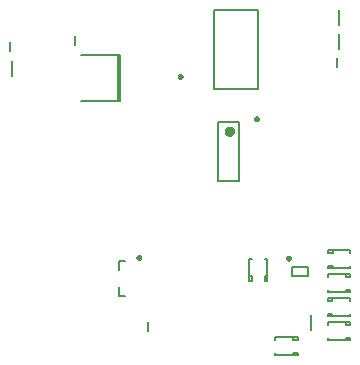
<source format=gbo>
%FSDAX24Y24*%
%MOIN*%
%SFA1B1*%

%IPPOS*%
%ADD10C,0.009840*%
%ADD11C,0.007870*%
%ADD93C,0.015750*%
%LNpcb_dimmerbard-1*%
%LPD*%
G54D10*
X010994Y008684D02*
D01*
X010993Y008688*
X010993Y008691*
X010993Y008694*
X010992Y008698*
X010991Y008701*
X010989Y008704*
X010988Y008707*
X010986Y008710*
X010984Y008713*
X010982Y008716*
X010980Y008718*
X010977Y008721*
X010975Y008723*
X010972Y008725*
X010969Y008727*
X010966Y008728*
X010963Y008730*
X010960Y008731*
X010956Y008732*
X010953Y008733*
X010950Y008733*
X010946Y008733*
X010943*
X010939Y008733*
X010936Y008733*
X010932Y008732*
X010929Y008731*
X010926Y008730*
X010923Y008728*
X010920Y008727*
X010917Y008725*
X010914Y008723*
X010911Y008721*
X010909Y008718*
X010907Y008716*
X010905Y008713*
X010903Y008710*
X010901Y008707*
X010899Y008704*
X010898Y008701*
X010897Y008698*
X010896Y008694*
X010896Y008691*
X010895Y008688*
X010895Y008684*
X010895Y008681*
X010896Y008677*
X010896Y008674*
X010897Y008671*
X010898Y008667*
X010899Y008664*
X010901Y008661*
X010903Y008658*
X010905Y008655*
X010907Y008653*
X010909Y008650*
X010911Y008648*
X010914Y008645*
X010917Y008643*
X010920Y008642*
X010923Y008640*
X010926Y008639*
X010929Y008637*
X010932Y008636*
X010936Y008636*
X010939Y008635*
X010943Y008635*
X010946*
X010950Y008635*
X010953Y008636*
X010956Y008636*
X010960Y008637*
X010963Y008639*
X010966Y008640*
X010969Y008642*
X010972Y008643*
X010975Y008645*
X010977Y008648*
X010980Y008650*
X010982Y008653*
X010984Y008655*
X010986Y008658*
X010988Y008661*
X010989Y008664*
X010991Y008667*
X010992Y008671*
X010993Y008674*
X010993Y008677*
X010993Y008681*
X010994Y008684*
X012069Y004039D02*
D01*
X012069Y004042*
X012068Y004045*
X012068Y004049*
X012067Y004052*
X012066Y004055*
X012065Y004059*
X012063Y004062*
X012061Y004065*
X012059Y004067*
X012057Y004070*
X012055Y004073*
X012053Y004075*
X012050Y004077*
X012047Y004079*
X012044Y004081*
X012041Y004083*
X012038Y004084*
X012035Y004085*
X012032Y004086*
X012028Y004087*
X012025Y004087*
X012021Y004088*
X012018*
X012014Y004087*
X012011Y004087*
X012008Y004086*
X012004Y004085*
X012001Y004084*
X011998Y004083*
X011995Y004081*
X011992Y004079*
X011989Y004077*
X011987Y004075*
X011984Y004073*
X011982Y004070*
X011980Y004067*
X011978Y004065*
X011976Y004062*
X011975Y004059*
X011973Y004055*
X011972Y004052*
X011971Y004049*
X011971Y004045*
X011971Y004042*
X011970Y004039*
X011971Y004035*
X011971Y004032*
X011971Y004028*
X011972Y004025*
X011973Y004022*
X011975Y004018*
X011976Y004015*
X011978Y004012*
X011980Y004010*
X011982Y004007*
X011984Y004004*
X011987Y004002*
X011989Y004000*
X011992Y003998*
X011995Y003996*
X011998Y003994*
X012001Y003993*
X012004Y003992*
X012008Y003991*
X012011Y003990*
X012014Y003990*
X012018Y003989*
X012021*
X012025Y003990*
X012028Y003990*
X012032Y003991*
X012035Y003992*
X012038Y003993*
X012041Y003994*
X012044Y003996*
X012047Y003998*
X012050Y004000*
X012053Y004002*
X012055Y004004*
X012057Y004007*
X012059Y004010*
X012061Y004012*
X012063Y004015*
X012065Y004018*
X012066Y004022*
X012067Y004025*
X012068Y004028*
X012068Y004032*
X012069Y004035*
X012069Y004039*
X007073Y004058D02*
D01*
X007073Y004062*
X007072Y004065*
X007072Y004068*
X007071Y004072*
X007070Y004075*
X007068Y004078*
X007067Y004081*
X007065Y004084*
X007063Y004087*
X007061Y004090*
X007059Y004092*
X007056Y004095*
X007054Y004097*
X007051Y004099*
X007048Y004101*
X007045Y004102*
X007042Y004104*
X007039Y004105*
X007035Y004106*
X007032Y004107*
X007029Y004107*
X007025Y004107*
X007022*
X007018Y004107*
X007015Y004107*
X007012Y004106*
X007008Y004105*
X007005Y004104*
X007002Y004102*
X006999Y004101*
X006996Y004099*
X006993Y004097*
X006991Y004095*
X006988Y004092*
X006986Y004090*
X006984Y004087*
X006982Y004084*
X006980Y004081*
X006979Y004078*
X006977Y004075*
X006976Y004072*
X006975Y004068*
X006975Y004065*
X006974Y004062*
X006974Y004058*
X006974Y004055*
X006975Y004051*
X006975Y004048*
X006976Y004045*
X006977Y004041*
X006979Y004038*
X006980Y004035*
X006982Y004032*
X006984Y004029*
X006986Y004027*
X006988Y004024*
X006991Y004022*
X006993Y004019*
X006996Y004017*
X006999Y004016*
X007002Y004014*
X007005Y004013*
X007008Y004011*
X007012Y004010*
X007015Y004010*
X007018Y004009*
X007022Y004009*
X007025*
X007029Y004009*
X007032Y004010*
X007035Y004010*
X007039Y004011*
X007042Y004013*
X007045Y004014*
X007048Y004016*
X007051Y004017*
X007054Y004019*
X007056Y004022*
X007059Y004024*
X007061Y004027*
X007063Y004029*
X007065Y004032*
X007067Y004035*
X007068Y004038*
X007070Y004041*
X007071Y004045*
X007072Y004048*
X007072Y004051*
X007073Y004055*
X007073Y004058*
X008448Y010094D02*
D01*
X008448Y010097*
X008448Y010101*
X008447Y010104*
X008446Y010108*
X008445Y010111*
X008444Y010114*
X008443Y010117*
X008441Y010120*
X008439Y010123*
X008437Y010126*
X008434Y010128*
X008432Y010131*
X008429Y010133*
X008427Y010135*
X008424Y010137*
X008421Y010138*
X008418Y010140*
X008414Y010141*
X008411Y010142*
X008408Y010142*
X008404Y010143*
X008401Y010143*
X008397*
X008394Y010143*
X008391Y010142*
X008387Y010142*
X008384Y010141*
X008381Y010140*
X008378Y010138*
X008375Y010137*
X008372Y010135*
X008369Y010133*
X008366Y010131*
X008364Y010128*
X008361Y010126*
X008359Y010123*
X008357Y010120*
X008356Y010117*
X008354Y010114*
X008353Y010111*
X008352Y010108*
X008351Y010104*
X008350Y010101*
X008350Y010097*
X008350Y010094*
X008350Y010091*
X008350Y010087*
X008351Y010084*
X008352Y010080*
X008353Y010077*
X008354Y010074*
X008356Y010071*
X008357Y010068*
X008359Y010065*
X008361Y010062*
X008364Y010060*
X008366Y010057*
X008369Y010055*
X008372Y010053*
X008375Y010051*
X008378Y010050*
X008381Y010048*
X008384Y010047*
X008387Y010046*
X008391Y010046*
X008394Y010045*
X008397Y010045*
X008401*
X008404Y010045*
X008408Y010046*
X008411Y010046*
X008414Y010047*
X008418Y010048*
X008421Y010050*
X008424Y010051*
X008427Y010053*
X008429Y010055*
X008432Y010057*
X008434Y010060*
X008437Y010062*
X008439Y010065*
X008441Y010068*
X008443Y010071*
X008444Y010074*
X008445Y010077*
X008446Y010080*
X008447Y010084*
X008448Y010087*
X008448Y010091*
X008448Y010094*
G54D11*
X010354Y006615D02*
Y008584D01*
X009645Y006615D02*
Y008584D01*
X010354*
X009645Y006615D02*
X010354D01*
X004880Y011142D02*
Y011457D01*
X007319Y001592D02*
Y001907D01*
X012748Y001644D02*
Y002155D01*
X012324Y001316D02*
Y001395D01*
X011576Y001316D02*
Y001395D01*
X012324Y000804D02*
Y000883D01*
X011576Y000804D02*
Y000883D01*
Y001395D02*
X012324D01*
X011576Y000804D02*
X012324D01*
X012166Y000883D02*
X012324D01*
X012166Y000804D02*
Y000883D01*
Y001316D02*
Y001395D01*
Y001316D02*
X012324D01*
X011216Y003276D02*
X011295D01*
X011216Y004024D02*
X011295D01*
X010704Y003276D02*
X010783D01*
X010704Y004024D02*
X010783D01*
X011295Y003276D02*
Y004024D01*
X010704Y003276D02*
Y004024D01*
X010783Y003276D02*
Y003433D01*
X010704D02*
X010783D01*
X011216D02*
X011295D01*
X011216Y003276D02*
Y003433D01*
X014074Y001816D02*
Y001895D01*
X013326Y001816D02*
Y001895D01*
X014074Y001304D02*
Y001383D01*
X013326Y001304D02*
Y001383D01*
Y001895D02*
X014074D01*
X013326Y001304D02*
X014074D01*
X013916Y001383D02*
X014074D01*
X013916Y001304D02*
Y001383D01*
Y001816D02*
Y001895D01*
Y001816D02*
X014074D01*
Y003416D02*
Y003495D01*
X013326Y003416D02*
Y003495D01*
X014074Y002904D02*
Y002983D01*
X013326Y002904D02*
Y002983D01*
Y003495D02*
X014074D01*
X013326Y002904D02*
X014074D01*
X013916Y002983D02*
X014074D01*
X013916Y002904D02*
Y002983D01*
Y003416D02*
Y003495D01*
Y003416D02*
X014074D01*
X013326Y003704D02*
Y003783D01*
X014074Y003704D02*
Y003783D01*
X013326Y004216D02*
Y004295D01*
X014074Y004216D02*
Y004295D01*
X013326Y003704D02*
X014074D01*
X013326Y004295D02*
X014074D01*
X013326Y004216D02*
X013483D01*
Y004295*
Y003704D02*
Y003783D01*
X013326D02*
X013483D01*
X013313Y002104D02*
Y002183D01*
X014061Y002104D02*
Y002183D01*
X013313Y002616D02*
Y002695D01*
X014061Y002616D02*
Y002695D01*
X013313Y002104D02*
X014061D01*
X013313Y002695D02*
X014061D01*
X013313Y002616D02*
X013470D01*
Y002695*
Y002104D02*
Y002183D01*
X013313D02*
X013470D01*
X012134Y003442D02*
X012665D01*
X012134Y003757D02*
X012665D01*
Y003442D02*
Y003757D01*
X012134Y003442D02*
Y003757D01*
X006374Y003940D02*
X006571D01*
X006374Y003625D02*
Y003940D01*
Y002759D02*
X006571D01*
X006374D02*
Y003074D01*
X002798Y010094D02*
Y010605D01*
X002719Y010942D02*
Y011257D01*
X013619Y010392D02*
Y010707D01*
X013698Y010994D02*
Y011505D01*
Y011794D02*
Y012305D01*
X009521Y009681D02*
X010978D01*
X009521D02*
Y012318D01*
X010978*
Y009681D02*
Y012318D01*
X005100Y010817D02*
X006399D01*
X005100Y009282D02*
X006399D01*
Y010817*
X006324Y009282D02*
Y010817D01*
G54D93*
X010118Y008269D02*
D01*
X010117Y008274*
X010117Y008280*
X010116Y008285*
X010115Y008290*
X010113Y008296*
X010111Y008301*
X010108Y008306*
X010106Y008311*
X010103Y008315*
X010099Y008319*
X010096Y008323*
X010092Y008327*
X010087Y008331*
X010083Y008334*
X010078Y008337*
X010073Y008340*
X010068Y008342*
X010063Y008344*
X010058Y008345*
X010053Y008346*
X010047Y008347*
X010042Y008347*
X010036*
X010031Y008347*
X010025Y008346*
X010020Y008345*
X010015Y008344*
X010009Y008342*
X010004Y008340*
X010000Y008337*
X009995Y008334*
X009990Y008331*
X009986Y008327*
X009982Y008323*
X009979Y008319*
X009975Y008315*
X009972Y008311*
X009969Y008306*
X009967Y008301*
X009965Y008296*
X009963Y008290*
X009962Y008285*
X009961Y008280*
X009960Y008274*
X009960Y008269*
X009960Y008263*
X009961Y008258*
X009962Y008252*
X009963Y008247*
X009965Y008242*
X009967Y008237*
X009969Y008232*
X009972Y008227*
X009975Y008223*
X009979Y008218*
X009982Y008214*
X009986Y008210*
X009990Y008207*
X009995Y008204*
X010000Y008201*
X010004Y008198*
X010009Y008196*
X010015Y008194*
X010020Y008192*
X010025Y008191*
X010031Y008191*
X010036Y008190*
X010042*
X010047Y008191*
X010053Y008191*
X010058Y008192*
X010063Y008194*
X010068Y008196*
X010073Y008198*
X010078Y008201*
X010083Y008204*
X010087Y008207*
X010092Y008210*
X010096Y008214*
X010099Y008218*
X010103Y008223*
X010106Y008227*
X010108Y008232*
X010111Y008237*
X010113Y008242*
X010115Y008247*
X010116Y008252*
X010117Y008258*
X010117Y008263*
X010118Y008269*
M02*
</source>
